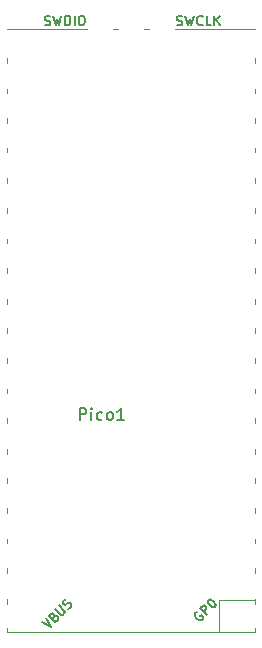
<source format=gbr>
%TF.GenerationSoftware,KiCad,Pcbnew,7.0.11-7.0.11~ubuntu22.04.1*%
%TF.CreationDate,2024-11-24T08:43:31+00:00*%
%TF.ProjectId,PicoController,5069636f-436f-46e7-9472-6f6c6c65722e,rev?*%
%TF.SameCoordinates,Original*%
%TF.FileFunction,Legend,Top*%
%TF.FilePolarity,Positive*%
%FSLAX46Y46*%
G04 Gerber Fmt 4.6, Leading zero omitted, Abs format (unit mm)*
G04 Created by KiCad (PCBNEW 7.0.11-7.0.11~ubuntu22.04.1) date 2024-11-24 08:43:31*
%MOMM*%
%LPD*%
G01*
G04 APERTURE LIST*
%ADD10C,0.150000*%
%ADD11C,0.120000*%
G04 APERTURE END LIST*
D10*
X134642457Y-98752819D02*
X134642457Y-97752819D01*
X134642457Y-97752819D02*
X135023409Y-97752819D01*
X135023409Y-97752819D02*
X135118647Y-97800438D01*
X135118647Y-97800438D02*
X135166266Y-97848057D01*
X135166266Y-97848057D02*
X135213885Y-97943295D01*
X135213885Y-97943295D02*
X135213885Y-98086152D01*
X135213885Y-98086152D02*
X135166266Y-98181390D01*
X135166266Y-98181390D02*
X135118647Y-98229009D01*
X135118647Y-98229009D02*
X135023409Y-98276628D01*
X135023409Y-98276628D02*
X134642457Y-98276628D01*
X135642457Y-98752819D02*
X135642457Y-98086152D01*
X135642457Y-97752819D02*
X135594838Y-97800438D01*
X135594838Y-97800438D02*
X135642457Y-97848057D01*
X135642457Y-97848057D02*
X135690076Y-97800438D01*
X135690076Y-97800438D02*
X135642457Y-97752819D01*
X135642457Y-97752819D02*
X135642457Y-97848057D01*
X136547218Y-98705200D02*
X136451980Y-98752819D01*
X136451980Y-98752819D02*
X136261504Y-98752819D01*
X136261504Y-98752819D02*
X136166266Y-98705200D01*
X136166266Y-98705200D02*
X136118647Y-98657580D01*
X136118647Y-98657580D02*
X136071028Y-98562342D01*
X136071028Y-98562342D02*
X136071028Y-98276628D01*
X136071028Y-98276628D02*
X136118647Y-98181390D01*
X136118647Y-98181390D02*
X136166266Y-98133771D01*
X136166266Y-98133771D02*
X136261504Y-98086152D01*
X136261504Y-98086152D02*
X136451980Y-98086152D01*
X136451980Y-98086152D02*
X136547218Y-98133771D01*
X137118647Y-98752819D02*
X137023409Y-98705200D01*
X137023409Y-98705200D02*
X136975790Y-98657580D01*
X136975790Y-98657580D02*
X136928171Y-98562342D01*
X136928171Y-98562342D02*
X136928171Y-98276628D01*
X136928171Y-98276628D02*
X136975790Y-98181390D01*
X136975790Y-98181390D02*
X137023409Y-98133771D01*
X137023409Y-98133771D02*
X137118647Y-98086152D01*
X137118647Y-98086152D02*
X137261504Y-98086152D01*
X137261504Y-98086152D02*
X137356742Y-98133771D01*
X137356742Y-98133771D02*
X137404361Y-98181390D01*
X137404361Y-98181390D02*
X137451980Y-98276628D01*
X137451980Y-98276628D02*
X137451980Y-98562342D01*
X137451980Y-98562342D02*
X137404361Y-98657580D01*
X137404361Y-98657580D02*
X137356742Y-98705200D01*
X137356742Y-98705200D02*
X137261504Y-98752819D01*
X137261504Y-98752819D02*
X137118647Y-98752819D01*
X138404361Y-98752819D02*
X137832933Y-98752819D01*
X138118647Y-98752819D02*
X138118647Y-97752819D01*
X138118647Y-97752819D02*
X138023409Y-97895676D01*
X138023409Y-97895676D02*
X137928171Y-97990914D01*
X137928171Y-97990914D02*
X137832933Y-98038533D01*
X142879275Y-65310200D02*
X142993561Y-65348295D01*
X142993561Y-65348295D02*
X143184037Y-65348295D01*
X143184037Y-65348295D02*
X143260228Y-65310200D01*
X143260228Y-65310200D02*
X143298323Y-65272104D01*
X143298323Y-65272104D02*
X143336418Y-65195914D01*
X143336418Y-65195914D02*
X143336418Y-65119723D01*
X143336418Y-65119723D02*
X143298323Y-65043533D01*
X143298323Y-65043533D02*
X143260228Y-65005438D01*
X143260228Y-65005438D02*
X143184037Y-64967342D01*
X143184037Y-64967342D02*
X143031656Y-64929247D01*
X143031656Y-64929247D02*
X142955466Y-64891152D01*
X142955466Y-64891152D02*
X142917371Y-64853057D01*
X142917371Y-64853057D02*
X142879275Y-64776866D01*
X142879275Y-64776866D02*
X142879275Y-64700676D01*
X142879275Y-64700676D02*
X142917371Y-64624485D01*
X142917371Y-64624485D02*
X142955466Y-64586390D01*
X142955466Y-64586390D02*
X143031656Y-64548295D01*
X143031656Y-64548295D02*
X143222133Y-64548295D01*
X143222133Y-64548295D02*
X143336418Y-64586390D01*
X143603085Y-64548295D02*
X143793561Y-65348295D01*
X143793561Y-65348295D02*
X143945942Y-64776866D01*
X143945942Y-64776866D02*
X144098323Y-65348295D01*
X144098323Y-65348295D02*
X144288800Y-64548295D01*
X145050705Y-65272104D02*
X145012609Y-65310200D01*
X145012609Y-65310200D02*
X144898324Y-65348295D01*
X144898324Y-65348295D02*
X144822133Y-65348295D01*
X144822133Y-65348295D02*
X144707847Y-65310200D01*
X144707847Y-65310200D02*
X144631657Y-65234009D01*
X144631657Y-65234009D02*
X144593562Y-65157819D01*
X144593562Y-65157819D02*
X144555466Y-65005438D01*
X144555466Y-65005438D02*
X144555466Y-64891152D01*
X144555466Y-64891152D02*
X144593562Y-64738771D01*
X144593562Y-64738771D02*
X144631657Y-64662580D01*
X144631657Y-64662580D02*
X144707847Y-64586390D01*
X144707847Y-64586390D02*
X144822133Y-64548295D01*
X144822133Y-64548295D02*
X144898324Y-64548295D01*
X144898324Y-64548295D02*
X145012609Y-64586390D01*
X145012609Y-64586390D02*
X145050705Y-64624485D01*
X145774514Y-65348295D02*
X145393562Y-65348295D01*
X145393562Y-65348295D02*
X145393562Y-64548295D01*
X146041181Y-65348295D02*
X146041181Y-64548295D01*
X146498324Y-65348295D02*
X146155466Y-64891152D01*
X146498324Y-64548295D02*
X146041181Y-65005438D01*
X144601372Y-114980294D02*
X144520560Y-115007231D01*
X144520560Y-115007231D02*
X144439748Y-115088043D01*
X144439748Y-115088043D02*
X144385873Y-115195793D01*
X144385873Y-115195793D02*
X144385873Y-115303542D01*
X144385873Y-115303542D02*
X144412810Y-115384355D01*
X144412810Y-115384355D02*
X144493623Y-115519042D01*
X144493623Y-115519042D02*
X144574435Y-115599854D01*
X144574435Y-115599854D02*
X144709122Y-115680666D01*
X144709122Y-115680666D02*
X144789934Y-115707603D01*
X144789934Y-115707603D02*
X144897684Y-115707603D01*
X144897684Y-115707603D02*
X145005433Y-115653729D01*
X145005433Y-115653729D02*
X145059308Y-115599854D01*
X145059308Y-115599854D02*
X145113183Y-115492104D01*
X145113183Y-115492104D02*
X145113183Y-115438229D01*
X145113183Y-115438229D02*
X144924621Y-115249668D01*
X144924621Y-115249668D02*
X144816871Y-115357417D01*
X145409494Y-115249668D02*
X144843809Y-114683982D01*
X144843809Y-114683982D02*
X145059308Y-114468483D01*
X145059308Y-114468483D02*
X145140120Y-114441546D01*
X145140120Y-114441546D02*
X145193995Y-114441546D01*
X145193995Y-114441546D02*
X145274807Y-114468483D01*
X145274807Y-114468483D02*
X145355619Y-114549295D01*
X145355619Y-114549295D02*
X145382557Y-114630107D01*
X145382557Y-114630107D02*
X145382557Y-114683982D01*
X145382557Y-114683982D02*
X145355619Y-114764794D01*
X145355619Y-114764794D02*
X145140120Y-114980294D01*
X145517244Y-114010547D02*
X145571119Y-113956672D01*
X145571119Y-113956672D02*
X145651931Y-113929735D01*
X145651931Y-113929735D02*
X145705806Y-113929735D01*
X145705806Y-113929735D02*
X145786618Y-113956672D01*
X145786618Y-113956672D02*
X145921305Y-114037485D01*
X145921305Y-114037485D02*
X146055992Y-114172172D01*
X146055992Y-114172172D02*
X146136804Y-114306859D01*
X146136804Y-114306859D02*
X146163741Y-114387671D01*
X146163741Y-114387671D02*
X146163741Y-114441546D01*
X146163741Y-114441546D02*
X146136804Y-114522358D01*
X146136804Y-114522358D02*
X146082929Y-114576233D01*
X146082929Y-114576233D02*
X146002117Y-114603170D01*
X146002117Y-114603170D02*
X145948242Y-114603170D01*
X145948242Y-114603170D02*
X145867430Y-114576233D01*
X145867430Y-114576233D02*
X145732743Y-114495420D01*
X145732743Y-114495420D02*
X145598056Y-114360733D01*
X145598056Y-114360733D02*
X145517244Y-114226046D01*
X145517244Y-114226046D02*
X145490306Y-114145234D01*
X145490306Y-114145234D02*
X145490306Y-114091359D01*
X145490306Y-114091359D02*
X145517244Y-114010547D01*
X131693561Y-65310200D02*
X131807847Y-65348295D01*
X131807847Y-65348295D02*
X131998323Y-65348295D01*
X131998323Y-65348295D02*
X132074514Y-65310200D01*
X132074514Y-65310200D02*
X132112609Y-65272104D01*
X132112609Y-65272104D02*
X132150704Y-65195914D01*
X132150704Y-65195914D02*
X132150704Y-65119723D01*
X132150704Y-65119723D02*
X132112609Y-65043533D01*
X132112609Y-65043533D02*
X132074514Y-65005438D01*
X132074514Y-65005438D02*
X131998323Y-64967342D01*
X131998323Y-64967342D02*
X131845942Y-64929247D01*
X131845942Y-64929247D02*
X131769752Y-64891152D01*
X131769752Y-64891152D02*
X131731657Y-64853057D01*
X131731657Y-64853057D02*
X131693561Y-64776866D01*
X131693561Y-64776866D02*
X131693561Y-64700676D01*
X131693561Y-64700676D02*
X131731657Y-64624485D01*
X131731657Y-64624485D02*
X131769752Y-64586390D01*
X131769752Y-64586390D02*
X131845942Y-64548295D01*
X131845942Y-64548295D02*
X132036419Y-64548295D01*
X132036419Y-64548295D02*
X132150704Y-64586390D01*
X132417371Y-64548295D02*
X132607847Y-65348295D01*
X132607847Y-65348295D02*
X132760228Y-64776866D01*
X132760228Y-64776866D02*
X132912609Y-65348295D01*
X132912609Y-65348295D02*
X133103086Y-64548295D01*
X133407848Y-65348295D02*
X133407848Y-64548295D01*
X133407848Y-64548295D02*
X133598324Y-64548295D01*
X133598324Y-64548295D02*
X133712610Y-64586390D01*
X133712610Y-64586390D02*
X133788800Y-64662580D01*
X133788800Y-64662580D02*
X133826895Y-64738771D01*
X133826895Y-64738771D02*
X133864991Y-64891152D01*
X133864991Y-64891152D02*
X133864991Y-65005438D01*
X133864991Y-65005438D02*
X133826895Y-65157819D01*
X133826895Y-65157819D02*
X133788800Y-65234009D01*
X133788800Y-65234009D02*
X133712610Y-65310200D01*
X133712610Y-65310200D02*
X133598324Y-65348295D01*
X133598324Y-65348295D02*
X133407848Y-65348295D01*
X134207848Y-65348295D02*
X134207848Y-64548295D01*
X134741181Y-64548295D02*
X134893562Y-64548295D01*
X134893562Y-64548295D02*
X134969752Y-64586390D01*
X134969752Y-64586390D02*
X135045943Y-64662580D01*
X135045943Y-64662580D02*
X135084038Y-64814961D01*
X135084038Y-64814961D02*
X135084038Y-65081628D01*
X135084038Y-65081628D02*
X135045943Y-65234009D01*
X135045943Y-65234009D02*
X134969752Y-65310200D01*
X134969752Y-65310200D02*
X134893562Y-65348295D01*
X134893562Y-65348295D02*
X134741181Y-65348295D01*
X134741181Y-65348295D02*
X134664990Y-65310200D01*
X134664990Y-65310200D02*
X134588800Y-65234009D01*
X134588800Y-65234009D02*
X134550704Y-65081628D01*
X134550704Y-65081628D02*
X134550704Y-64814961D01*
X134550704Y-64814961D02*
X134588800Y-64662580D01*
X134588800Y-64662580D02*
X134664990Y-64586390D01*
X134664990Y-64586390D02*
X134741181Y-64548295D01*
X131444606Y-115891185D02*
X132198853Y-116268309D01*
X132198853Y-116268309D02*
X131821729Y-115514062D01*
X132468227Y-115406312D02*
X132575976Y-115352438D01*
X132575976Y-115352438D02*
X132629851Y-115352438D01*
X132629851Y-115352438D02*
X132710663Y-115379375D01*
X132710663Y-115379375D02*
X132791476Y-115460187D01*
X132791476Y-115460187D02*
X132818413Y-115540999D01*
X132818413Y-115540999D02*
X132818413Y-115594874D01*
X132818413Y-115594874D02*
X132791476Y-115675686D01*
X132791476Y-115675686D02*
X132575976Y-115891186D01*
X132575976Y-115891186D02*
X132010291Y-115325500D01*
X132010291Y-115325500D02*
X132198853Y-115136938D01*
X132198853Y-115136938D02*
X132279665Y-115110001D01*
X132279665Y-115110001D02*
X132333540Y-115110001D01*
X132333540Y-115110001D02*
X132414352Y-115136938D01*
X132414352Y-115136938D02*
X132468227Y-115190813D01*
X132468227Y-115190813D02*
X132495164Y-115271625D01*
X132495164Y-115271625D02*
X132495164Y-115325500D01*
X132495164Y-115325500D02*
X132468227Y-115406312D01*
X132468227Y-115406312D02*
X132279665Y-115594874D01*
X132575976Y-114759815D02*
X133033912Y-115217751D01*
X133033912Y-115217751D02*
X133114724Y-115244688D01*
X133114724Y-115244688D02*
X133168599Y-115244688D01*
X133168599Y-115244688D02*
X133249411Y-115217751D01*
X133249411Y-115217751D02*
X133357161Y-115110001D01*
X133357161Y-115110001D02*
X133384098Y-115029189D01*
X133384098Y-115029189D02*
X133384098Y-114975314D01*
X133384098Y-114975314D02*
X133357161Y-114894502D01*
X133357161Y-114894502D02*
X132899225Y-114436566D01*
X133680410Y-114732877D02*
X133788159Y-114679003D01*
X133788159Y-114679003D02*
X133922846Y-114544316D01*
X133922846Y-114544316D02*
X133949784Y-114463503D01*
X133949784Y-114463503D02*
X133949784Y-114409629D01*
X133949784Y-114409629D02*
X133922846Y-114328816D01*
X133922846Y-114328816D02*
X133868971Y-114274942D01*
X133868971Y-114274942D02*
X133788159Y-114248004D01*
X133788159Y-114248004D02*
X133734284Y-114248004D01*
X133734284Y-114248004D02*
X133653472Y-114274942D01*
X133653472Y-114274942D02*
X133518785Y-114355754D01*
X133518785Y-114355754D02*
X133437973Y-114382691D01*
X133437973Y-114382691D02*
X133384098Y-114382691D01*
X133384098Y-114382691D02*
X133303286Y-114355754D01*
X133303286Y-114355754D02*
X133249411Y-114301879D01*
X133249411Y-114301879D02*
X133222474Y-114221067D01*
X133222474Y-114221067D02*
X133222474Y-114167192D01*
X133222474Y-114167192D02*
X133249411Y-114086380D01*
X133249411Y-114086380D02*
X133384098Y-113951693D01*
X133384098Y-113951693D02*
X133491848Y-113897818D01*
D11*
%TO.C,Pico1*%
X149488800Y-116686000D02*
X149488800Y-116386000D01*
X149488800Y-116686000D02*
X128488800Y-116686000D01*
X149488800Y-114286000D02*
X149488800Y-113886000D01*
X149488800Y-114019000D02*
X146481800Y-114019000D01*
X149488800Y-111686000D02*
X149488800Y-111286000D01*
X149488800Y-109186000D02*
X149488800Y-108786000D01*
X149488800Y-106586000D02*
X149488800Y-106186000D01*
X149488800Y-104086000D02*
X149488800Y-103686000D01*
X149488800Y-101586000D02*
X149488800Y-101186000D01*
X149488800Y-98986000D02*
X149488800Y-98586000D01*
X149488800Y-96486000D02*
X149488800Y-96086000D01*
X149488800Y-93886000D02*
X149488800Y-93486000D01*
X149488800Y-91386000D02*
X149488800Y-90986000D01*
X149488800Y-88886000D02*
X149488800Y-88486000D01*
X149488800Y-86286000D02*
X149488800Y-85886000D01*
X149488800Y-83786000D02*
X149488800Y-83386000D01*
X149488800Y-81186000D02*
X149488800Y-80786000D01*
X149488800Y-78686000D02*
X149488800Y-78286000D01*
X149488800Y-76086000D02*
X149488800Y-75686000D01*
X149488800Y-73586000D02*
X149488800Y-73186000D01*
X149488800Y-71086000D02*
X149488800Y-70686000D01*
X149488800Y-68486000D02*
X149488800Y-68086000D01*
X146481800Y-114019000D02*
X146481800Y-116686000D01*
X142688800Y-65686000D02*
X149488800Y-65686000D01*
X140488800Y-65686000D02*
X140088800Y-65686000D01*
X137888800Y-65686000D02*
X137488800Y-65686000D01*
X128488800Y-116686000D02*
X128488800Y-116386000D01*
X128488800Y-114286000D02*
X128488800Y-113886000D01*
X128488800Y-111686000D02*
X128488800Y-111286000D01*
X128488800Y-109186000D02*
X128488800Y-108786000D01*
X128488800Y-106586000D02*
X128488800Y-106186000D01*
X128488800Y-104086000D02*
X128488800Y-103686000D01*
X128488800Y-101586000D02*
X128488800Y-101186000D01*
X128488800Y-98986000D02*
X128488800Y-98586000D01*
X128488800Y-96486000D02*
X128488800Y-96086000D01*
X128488800Y-93886000D02*
X128488800Y-93486000D01*
X128488800Y-91386000D02*
X128488800Y-90986000D01*
X128488800Y-88886000D02*
X128488800Y-88486000D01*
X128488800Y-86286000D02*
X128488800Y-85886000D01*
X128488800Y-83786000D02*
X128488800Y-83386000D01*
X128488800Y-81186000D02*
X128488800Y-80786000D01*
X128488800Y-78686000D02*
X128488800Y-78286000D01*
X128488800Y-76086000D02*
X128488800Y-75686000D01*
X128488800Y-73586000D02*
X128488800Y-73186000D01*
X128488800Y-71086000D02*
X128488800Y-70686000D01*
X128488800Y-68486000D02*
X128488800Y-68086000D01*
X128488800Y-65686000D02*
X135288800Y-65686000D01*
%TD*%
M02*

</source>
